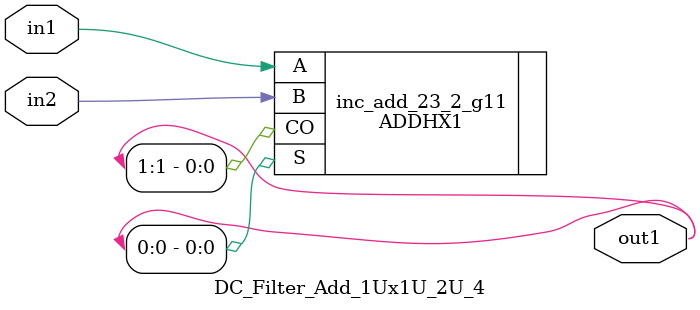
<source format=v>
`timescale 1ps / 1ps


module DC_Filter_Add_1Ux1U_2U_4(in2, in1, out1);
  input in2, in1;
  output [1:0] out1;
  wire in2, in1;
  wire [1:0] out1;
  ADDHX1 inc_add_23_2_g11(.A (in1), .B (in2), .CO (out1[1]), .S
       (out1[0]));
endmodule



</source>
